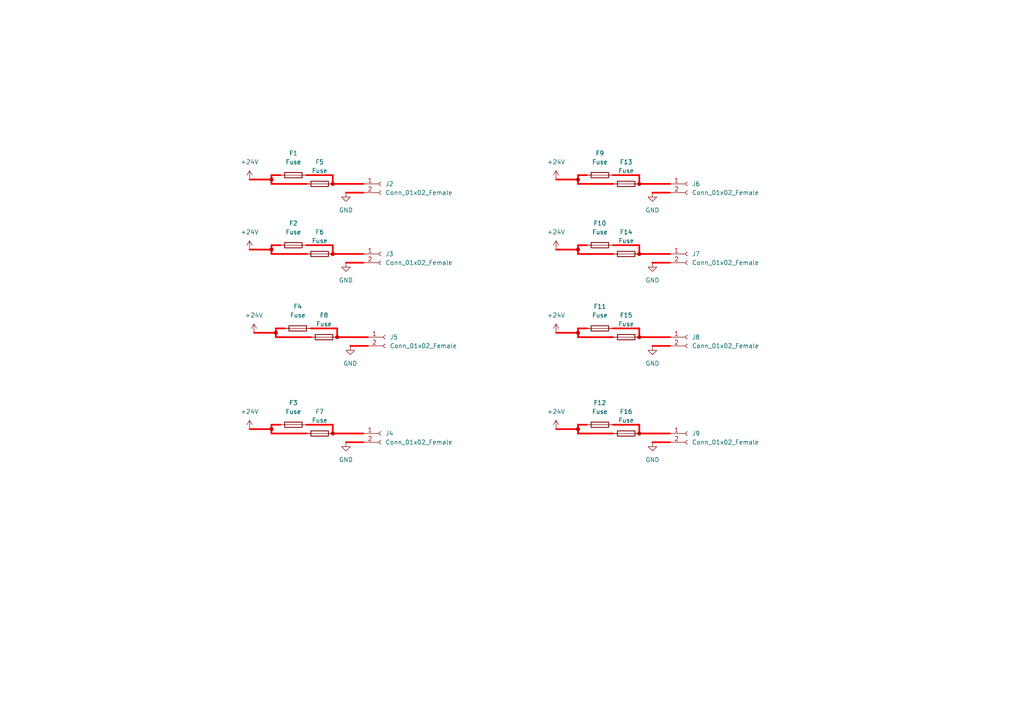
<source format=kicad_sch>
(kicad_sch (version 20211123) (generator eeschema)
  (paper "A4")
  (lib_symbols
    (symbol "Connector:Conn_01x02_Female" (pin_names (offset 1.016) hide)
      (property "Reference" "J" (at 0 2.54 0))
      (property "Value" "Conn_01x02_Female" (at 0 -5.08 0))
      (symbol "Conn_01x02_Female_1_1"
        (arc (start 0 -2.032) (mid -0.508 -2.54) (end 0 -3.048) (stroke (width 0.1524)))
        (polyline (pts (xy -1.27 -2.54) (xy -0.508 -2.54)) (stroke (width 0.1524)))
        (polyline (pts (xy -1.27 0) (xy -0.508 0)) (stroke (width 0.1524)))
        (arc (start 0 0.508) (mid -0.508 0) (end 0 -0.508) (stroke (width 0.1524)))
        (pin passive line (at -5.08 0 0) (length 3.81) (name "Pin_1") (number "1"))
        (pin passive line (at -5.08 -2.54 0) (length 3.81) (name "Pin_2") (number "2"))
      )
    )
    (symbol "Device:Fuse" (pin_numbers hide) (pin_names (offset 0))
      (property "Reference" "F" (at 2.032 0 90))
      (property "Value" "Fuse" (at -1.905 0 90))
      (symbol "Fuse_0_1"
        (rectangle (start -0.762 -2.54) (end 0.762 2.54) (stroke (width 0.254)))
        (polyline (pts (xy 0 2.54) (xy 0 -2.54)))
      )
      (symbol "Fuse_1_1"
        (pin passive line (at 0 3.81 270) (length 1.27) (name "~") (number "1"))
        (pin passive line (at 0 -3.81 90) (length 1.27) (name "~") (number "2"))
      )
    )
    (symbol "power:+24V" (power) (pin_names (offset 0))
      (property "Value" "+24V" (at 0 3.556 0))
      (symbol "+24V_0_1"
        (polyline (pts (xy -0.762 1.27) (xy 0 2.54)))
        (polyline (pts (xy 0 0) (xy 0 2.54)))
        (polyline (pts (xy 0 2.54) (xy 0.762 1.27)))
      )
      (symbol "+24V_1_1"
        (pin power_in line (at 0 0 90) (length 0) hide (name "+24V") (number "1"))
      )
    )
    (symbol "power:GND" (power) (pin_names (offset 0))
      (property "Value" "GND" (at 0 -3.81 0))
      (symbol "GND_0_1"
        (polyline (pts (xy 0 0) (xy 0 -1.27) (xy 1.27 -1.27) (xy 0 -2.54) (xy -1.27 -1.27) (xy 0 -1.27)))
      )
      (symbol "GND_1_1"
        (pin power_in line (at 0 0 270) (length 0) hide (name "GND") (number "1"))
      )
    )
  )
  (junction (at 96.52 125.73) (diameter 1) (color 194 0 0 1))
  (junction (at 185.42 53.34) (diameter 1) (color 194 0 0 1))
  (junction (at 96.52 73.66) (diameter 1) (color 194 0 0 1))
  (junction (at 78.74 124.46) (diameter 1) (color 194 0 0 1))
  (junction (at 185.42 125.73) (diameter 1) (color 194 0 0 1))
  (junction (at 80.01 96.52) (diameter 1) (color 194 0 0 1))
  (junction (at 167.64 124.46) (diameter 1) (color 194 0 0 1))
  (junction (at 97.79 97.79) (diameter 1) (color 194 0 0 1))
  (junction (at 78.74 72.39) (diameter 1) (color 194 0 0 1))
  (junction (at 167.64 72.39) (diameter 1) (color 194 0 0 1))
  (junction (at 167.64 52.07) (diameter 1) (color 194 0 0 1))
  (junction (at 167.64 96.52) (diameter 1) (color 194 0 0 1))
  (junction (at 78.74 52.07) (diameter 1) (color 194 0 0 1))
  (junction (at 185.42 97.79) (diameter 1) (color 194 0 0 1))
  (junction (at 185.42 73.66) (diameter 1) (color 194 0 0 1))
  (junction (at 96.52 53.34) (diameter 1) (color 194 0 0 1))
  (wire (pts (xy 185.42 97.79) (xy 194.31 97.79)) (stroke (width 0.5) (color 255 0 0 1)))
  (wire (pts (xy 88.9 50.8) (xy 96.52 50.8)) (stroke (width 0.5) (color 255 0 0 1)))
  (wire (pts (xy 97.79 97.79) (xy 106.68 97.79)) (stroke (width 0.5) (color 255 0 0 1)))
  (wire (pts (xy 100.33 76.2) (xy 105.41 76.2)) (stroke (width 0.5) (color 255 0 0 1)))
  (wire (pts (xy 167.64 125.73) (xy 167.64 124.46)) (stroke (width 0.5) (color 255 0 0 1)))
  (wire (pts (xy 177.8 125.73) (xy 167.64 125.73)) (stroke (width 0.5) (color 255 0 0 1)))
  (wire (pts (xy 96.52 123.19) (xy 96.52 125.73)) (stroke (width 0.5) (color 255 0 0 1)))
  (wire (pts (xy 88.9 125.73) (xy 78.74 125.73)) (stroke (width 0.5) (color 255 0 0 1)))
  (wire (pts (xy 96.52 53.34) (xy 105.41 53.34)) (stroke (width 0.5) (color 255 0 0 1)))
  (wire (pts (xy 185.42 53.34) (xy 194.31 53.34)) (stroke (width 0.5) (color 255 0 0 1)))
  (wire (pts (xy 185.42 73.66) (xy 194.31 73.66)) (stroke (width 0.5) (color 255 0 0 1)))
  (wire (pts (xy 167.64 72.39) (xy 167.64 71.12)) (stroke (width 0.5) (color 255 0 0 1)))
  (wire (pts (xy 78.74 71.12) (xy 81.28 71.12)) (stroke (width 0.5) (color 255 0 0 1)))
  (wire (pts (xy 96.52 71.12) (xy 96.52 73.66)) (stroke (width 0.5) (color 255 0 0 1)))
  (wire (pts (xy 167.64 123.19) (xy 170.18 123.19)) (stroke (width 0.5) (color 255 0 0 1)))
  (wire (pts (xy 177.8 50.8) (xy 185.42 50.8)) (stroke (width 0.5) (color 255 0 0 1)))
  (wire (pts (xy 88.9 71.12) (xy 96.52 71.12)) (stroke (width 0.5) (color 255 0 0 1)))
  (wire (pts (xy 167.64 71.12) (xy 170.18 71.12)) (stroke (width 0.5) (color 255 0 0 1)))
  (wire (pts (xy 88.9 123.19) (xy 96.52 123.19)) (stroke (width 0.5) (color 255 0 0 1)))
  (wire (pts (xy 185.42 125.73) (xy 194.31 125.73)) (stroke (width 0.5) (color 255 0 0 1)))
  (wire (pts (xy 177.8 53.34) (xy 167.64 53.34)) (stroke (width 0.5) (color 255 0 0 1)))
  (wire (pts (xy 167.64 97.79) (xy 167.64 96.52)) (stroke (width 0.5) (color 255 0 0 1)))
  (wire (pts (xy 185.42 123.19) (xy 185.42 125.73)) (stroke (width 0.5) (color 255 0 0 1)))
  (wire (pts (xy 78.74 53.34) (xy 78.74 52.07)) (stroke (width 0.5) (color 255 0 0 1)))
  (wire (pts (xy 90.17 95.25) (xy 97.79 95.25)) (stroke (width 0.5) (color 255 0 0 1)))
  (wire (pts (xy 97.79 95.25) (xy 97.79 97.79)) (stroke (width 0.5) (color 255 0 0 1)))
  (wire (pts (xy 100.33 128.27) (xy 105.41 128.27)) (stroke (width 0.5) (color 255 0 0 1)))
  (wire (pts (xy 72.39 72.39) (xy 78.74 72.39)) (stroke (width 0.5) (color 255 0 0 1)))
  (wire (pts (xy 185.42 50.8) (xy 185.42 53.34)) (stroke (width 0.5) (color 255 0 0 1)))
  (wire (pts (xy 88.9 73.66) (xy 78.74 73.66)) (stroke (width 0.5) (color 255 0 0 1)))
  (wire (pts (xy 90.17 97.79) (xy 80.01 97.79)) (stroke (width 0.5) (color 255 0 0 1)))
  (wire (pts (xy 78.74 125.73) (xy 78.74 124.46)) (stroke (width 0.5) (color 255 0 0 1)))
  (wire (pts (xy 167.64 96.52) (xy 167.64 95.25)) (stroke (width 0.5) (color 255 0 0 1)))
  (wire (pts (xy 177.8 71.12) (xy 185.42 71.12)) (stroke (width 0.5) (color 255 0 0 1)))
  (wire (pts (xy 161.29 52.07) (xy 167.64 52.07)) (stroke (width 0.5) (color 255 0 0 1)))
  (wire (pts (xy 161.29 72.39) (xy 167.64 72.39)) (stroke (width 0.5) (color 255 0 0 1)))
  (wire (pts (xy 96.52 125.73) (xy 105.41 125.73)) (stroke (width 0.5) (color 255 0 0 1)))
  (wire (pts (xy 78.74 124.46) (xy 78.74 123.19)) (stroke (width 0.5) (color 255 0 0 1)))
  (wire (pts (xy 80.01 96.52) (xy 80.01 95.25)) (stroke (width 0.5) (color 255 0 0 1)))
  (wire (pts (xy 73.66 96.52) (xy 80.01 96.52)) (stroke (width 0.5) (color 255 0 0 1)))
  (wire (pts (xy 189.23 128.27) (xy 194.31 128.27)) (stroke (width 0.5) (color 255 0 0 1)))
  (wire (pts (xy 88.9 53.34) (xy 78.74 53.34)) (stroke (width 0.5) (color 255 0 0 1)))
  (wire (pts (xy 78.74 72.39) (xy 78.74 71.12)) (stroke (width 0.5) (color 255 0 0 1)))
  (wire (pts (xy 167.64 124.46) (xy 167.64 123.19)) (stroke (width 0.5) (color 255 0 0 1)))
  (wire (pts (xy 167.64 73.66) (xy 167.64 72.39)) (stroke (width 0.5) (color 255 0 0 1)))
  (wire (pts (xy 161.29 96.52) (xy 167.64 96.52)) (stroke (width 0.5) (color 255 0 0 1)))
  (wire (pts (xy 96.52 73.66) (xy 105.41 73.66)) (stroke (width 0.5) (color 255 0 0 1)))
  (wire (pts (xy 177.8 95.25) (xy 185.42 95.25)) (stroke (width 0.5) (color 255 0 0 1)))
  (wire (pts (xy 101.6 100.33) (xy 106.68 100.33)) (stroke (width 0.5) (color 255 0 0 1)))
  (wire (pts (xy 100.33 55.88) (xy 105.41 55.88)) (stroke (width 0.5) (color 255 0 0 1)))
  (wire (pts (xy 167.64 50.8) (xy 170.18 50.8)) (stroke (width 0.5) (color 255 0 0 1)))
  (wire (pts (xy 177.8 97.79) (xy 167.64 97.79)) (stroke (width 0.5) (color 255 0 0 1)))
  (wire (pts (xy 78.74 50.8) (xy 81.28 50.8)) (stroke (width 0.5) (color 255 0 0 1)))
  (wire (pts (xy 167.64 52.07) (xy 167.64 50.8)) (stroke (width 0.5) (color 255 0 0 1)))
  (wire (pts (xy 80.01 97.79) (xy 80.01 96.52)) (stroke (width 0.5) (color 255 0 0 1)))
  (wire (pts (xy 78.74 73.66) (xy 78.74 72.39)) (stroke (width 0.5) (color 255 0 0 1)))
  (wire (pts (xy 78.74 123.19) (xy 81.28 123.19)) (stroke (width 0.5) (color 255 0 0 1)))
  (wire (pts (xy 185.42 95.25) (xy 185.42 97.79)) (stroke (width 0.5) (color 255 0 0 1)))
  (wire (pts (xy 161.29 124.46) (xy 167.64 124.46)) (stroke (width 0.5) (color 255 0 0 1)))
  (wire (pts (xy 189.23 100.33) (xy 194.31 100.33)) (stroke (width 0.5) (color 255 0 0 1)))
  (wire (pts (xy 80.01 95.25) (xy 82.55 95.25)) (stroke (width 0.5) (color 255 0 0 1)))
  (wire (pts (xy 177.8 73.66) (xy 167.64 73.66)) (stroke (width 0.5) (color 255 0 0 1)))
  (wire (pts (xy 185.42 71.12) (xy 185.42 73.66)) (stroke (width 0.5) (color 255 0 0 1)))
  (wire (pts (xy 96.52 50.8) (xy 96.52 53.34)) (stroke (width 0.5) (color 255 0 0 1)))
  (wire (pts (xy 72.39 52.07) (xy 78.74 52.07)) (stroke (width 0.5) (color 255 0 0 1)))
  (wire (pts (xy 167.64 95.25) (xy 170.18 95.25)) (stroke (width 0.5) (color 255 0 0 1)))
  (wire (pts (xy 177.8 123.19) (xy 185.42 123.19)) (stroke (width 0.5) (color 255 0 0 1)))
  (wire (pts (xy 189.23 55.88) (xy 194.31 55.88)) (stroke (width 0.5) (color 255 0 0 1)))
  (wire (pts (xy 167.64 53.34) (xy 167.64 52.07)) (stroke (width 0.5) (color 255 0 0 1)))
  (wire (pts (xy 78.74 52.07) (xy 78.74 50.8)) (stroke (width 0.5) (color 255 0 0 1)))
  (wire (pts (xy 189.23 76.2) (xy 194.31 76.2)) (stroke (width 0.5) (color 255 0 0 1)))
  (wire (pts (xy 72.39 124.46) (xy 78.74 124.46)) (stroke (width 0.5) (color 255 0 0 1)))
  (symbol (lib_id "power:GND") (at 189.23 128.27 0) (unit 1)
    (property "Reference" "#PWR0105" (effects hide))
    (property "Value" "GND" (at 189.23 133.35 0))
  )
  (symbol (lib_id "power:+24V") (at 161.29 52.07 0) (unit 1)
    (property "Reference" "#PWR0108" (effects hide))
    (property "Value" "+24V" (at 161.29 46.99 0))
  )
  (symbol (lib_id "Device:Fuse") (at 92.71 53.34 90) (unit 1)
    (property "Reference" "F5" (at 92.71 46.99 90))
    (property "Value" "Fuse" (at 92.71 49.53 90))
    (property "Footprint" "Fuse:Fuse_Blade_Mini_directSolder" (effects hide))
  )
  (symbol (lib_id "Device:Fuse") (at 173.99 123.19 90) (unit 1)
    (property "Reference" "F12" (at 173.99 116.84 90))
    (property "Value" "Fuse" (at 173.99 119.38 90))
    (property "Footprint" "Fuse:Fuse_Blade_Mini_directSolder" (effects hide))
  )
  (symbol (lib_id "Device:Fuse") (at 173.99 95.25 90) (unit 1)
    (property "Reference" "F11" (at 173.99 88.9 90))
    (property "Value" "Fuse" (at 173.99 91.44 90))
    (property "Footprint" "Fuse:Fuse_Blade_Mini_directSolder" (effects hide))
  )
  (symbol (lib_id "Connector:Conn_01x02_Female") (at 199.39 73.66 0) (unit 1)
    (property "Reference" "J7" (at 200.66 73.6599 0) (effects (justify left)))
    (property "Value" "Conn_01x02_Female" (at 200.66 76.1999 0) (effects (justify left)))
    (property "Footprint" "Connector_JST:JST_XH_B2B-XH-A_1x02_P2.50mm_Vertical" (effects hide))
  )
  (symbol (lib_id "power:GND") (at 189.23 55.88 0) (unit 1)
    (property "Reference" "#PWR0106" (effects hide))
    (property "Value" "GND" (at 189.23 60.96 0))
  )
  (symbol (lib_id "power:+24V") (at 72.39 52.07 0) (unit 1)
    (property "Reference" "#PWR0115" (effects hide))
    (property "Value" "+24V" (at 72.39 46.99 0))
  )
  (symbol (lib_id "power:GND") (at 100.33 76.2 0) (unit 1)
    (property "Reference" "#PWR0113" (effects hide))
    (property "Value" "GND" (at 100.33 81.28 0))
  )
  (symbol (lib_id "power:GND") (at 189.23 76.2 0) (unit 1)
    (property "Reference" "#PWR0102" (effects hide))
    (property "Value" "GND" (at 189.23 81.28 0))
  )
  (symbol (lib_id "Device:Fuse") (at 92.71 125.73 90) (unit 1)
    (property "Reference" "F7" (at 92.71 119.38 90))
    (property "Value" "Fuse" (at 92.71 121.92 90))
    (property "Footprint" "Fuse:Fuse_Blade_Mini_directSolder" (effects hide))
  )
  (symbol (lib_id "Device:Fuse") (at 92.71 73.66 90) (unit 1)
    (property "Reference" "F6" (at 92.71 67.31 90))
    (property "Value" "Fuse" (at 92.71 69.85 90))
    (property "Footprint" "Fuse:Fuse_Blade_Mini_directSolder" (effects hide))
  )
  (symbol (lib_id "power:+24V") (at 72.39 124.46 0) (unit 1)
    (property "Reference" "#PWR0111" (effects hide))
    (property "Value" "+24V" (at 72.39 119.38 0))
  )
  (symbol (lib_id "Device:Fuse") (at 85.09 50.8 90) (unit 1)
    (property "Reference" "F1" (at 85.09 44.45 90))
    (property "Value" "Fuse" (at 85.09 46.99 90))
    (property "Footprint" "Fuse:Fuse_Blade_Mini_directSolder" (effects hide))
  )
  (symbol (lib_id "Device:Fuse") (at 173.99 50.8 90) (unit 1)
    (property "Reference" "F9" (at 173.99 44.45 90))
    (property "Value" "Fuse" (at 173.99 46.99 90))
    (property "Footprint" "Fuse:Fuse_Blade_Mini_directSolder" (effects hide))
  )
  (symbol (lib_id "power:GND") (at 100.33 128.27 0) (unit 1)
    (property "Reference" "#PWR0110" (effects hide))
    (property "Value" "GND" (at 100.33 133.35 0))
  )
  (symbol (lib_id "power:GND") (at 100.33 55.88 0) (unit 1)
    (property "Reference" "#PWR0116" (effects hide))
    (property "Value" "GND" (at 100.33 60.96 0))
  )
  (symbol (lib_id "Device:Fuse") (at 85.09 71.12 90) (unit 1)
    (property "Reference" "F2" (at 85.09 64.77 90))
    (property "Value" "Fuse" (at 85.09 67.31 90))
    (property "Footprint" "Fuse:Fuse_Blade_Mini_directSolder" (effects hide))
  )
  (symbol (lib_id "Connector:Conn_01x02_Female") (at 199.39 97.79 0) (unit 1)
    (property "Reference" "J8" (at 200.66 97.7899 0) (effects (justify left)))
    (property "Value" "Conn_01x02_Female" (at 200.66 100.3299 0) (effects (justify left)))
    (property "Footprint" "Connector_JST:JST_XH_B2B-XH-A_1x02_P2.50mm_Vertical" (effects hide))
  )
  (symbol (lib_id "Device:Fuse") (at 181.61 53.34 90) (unit 1)
    (property "Reference" "F13" (at 181.61 46.99 90))
    (property "Value" "Fuse" (at 181.61 49.53 90))
    (property "Footprint" "Fuse:Fuse_Blade_Mini_directSolder" (effects hide))
  )
  (symbol (lib_id "Connector:Conn_01x02_Female") (at 110.49 125.73 0) (unit 1)
    (property "Reference" "J4" (at 111.76 125.7299 0) (effects (justify left)))
    (property "Value" "Conn_01x02_Female" (at 111.76 128.2699 0) (effects (justify left)))
    (property "Footprint" "Connector_JST:JST_XH_B2B-XH-A_1x02_P2.50mm_Vertical" (effects hide))
  )
  (symbol (lib_id "power:GND") (at 101.6 100.33 0) (unit 1)
    (property "Reference" "#PWR0109" (effects hide))
    (property "Value" "GND" (at 101.6 105.41 0))
  )
  (symbol (lib_id "Connector:Conn_01x02_Female") (at 110.49 53.34 0) (unit 1)
    (property "Reference" "J2" (at 111.76 53.3399 0) (effects (justify left)))
    (property "Value" "Conn_01x02_Female" (at 111.76 55.8799 0) (effects (justify left)))
    (property "Footprint" "Connector_JST:JST_XH_B2B-XH-A_1x02_P2.50mm_Vertical" (effects hide))
  )
  (symbol (lib_id "Device:Fuse") (at 181.61 125.73 90) (unit 1)
    (property "Reference" "F16" (at 181.61 119.38 90))
    (property "Value" "Fuse" (at 181.61 121.92 90))
    (property "Footprint" "Fuse:Fuse_Blade_Mini_directSolder" (effects hide))
  )
  (symbol (lib_id "power:+24V") (at 161.29 124.46 0) (unit 1)
    (property "Reference" "#PWR0101" (effects hide))
    (property "Value" "+24V" (at 161.29 119.38 0))
  )
  (symbol (lib_id "Device:Fuse") (at 86.36 95.25 90) (unit 1)
    (property "Reference" "F4" (at 86.36 88.9 90))
    (property "Value" "Fuse" (at 86.36 91.44 90))
    (property "Footprint" "Fuse:Fuse_Blade_Mini_directSolder" (effects hide))
  )
  (symbol (lib_id "Device:Fuse") (at 181.61 73.66 90) (unit 1)
    (property "Reference" "F14" (at 181.61 67.31 90))
    (property "Value" "Fuse" (at 181.61 69.85 90))
    (property "Footprint" "Fuse:Fuse_Blade_Mini_directSolder" (effects hide))
  )
  (symbol (lib_id "Device:Fuse") (at 173.99 71.12 90) (unit 1)
    (property "Reference" "F10" (at 173.99 64.77 90))
    (property "Value" "Fuse" (at 173.99 67.31 90))
    (property "Footprint" "Fuse:Fuse_Blade_Mini_directSolder" (effects hide))
  )
  (symbol (lib_id "Device:Fuse") (at 93.98 97.79 90) (unit 1)
    (property "Reference" "F8" (at 93.98 91.44 90))
    (property "Value" "Fuse" (at 93.98 93.98 90))
    (property "Footprint" "Fuse:Fuse_Blade_Mini_directSolder" (effects hide))
  )
  (symbol (lib_id "Device:Fuse") (at 85.09 123.19 90) (unit 1)
    (property "Reference" "F3" (at 85.09 116.84 90))
    (property "Value" "Fuse" (at 85.09 119.38 90))
    (property "Footprint" "Fuse:Fuse_Blade_Mini_directSolder" (effects hide))
  )
  (symbol (lib_id "Connector:Conn_01x02_Female") (at 111.76 97.79 0) (unit 1)
    (property "Reference" "J5" (at 113.03 97.7899 0) (effects (justify left)))
    (property "Value" "Conn_01x02_Female" (at 113.03 100.3299 0) (effects (justify left)))
    (property "Footprint" "Connector_JST:JST_XH_B2B-XH-A_1x02_P2.50mm_Vertical" (effects hide))
  )
  (symbol (lib_id "Connector:Conn_01x02_Female") (at 199.39 125.73 0) (unit 1)
    (property "Reference" "J9" (at 200.66 125.7299 0) (effects (justify left)))
    (property "Value" "Conn_01x02_Female" (at 200.66 128.2699 0) (effects (justify left)))
    (property "Footprint" "Connector_JST:JST_XH_B2B-XH-A_1x02_P2.50mm_Vertical" (effects hide))
  )
  (symbol (lib_id "Connector:Conn_01x02_Female") (at 199.39 53.34 0) (unit 1)
    (property "Reference" "J6" (at 200.66 53.3399 0) (effects (justify left)))
    (property "Value" "Conn_01x02_Female" (at 200.66 55.8799 0) (effects (justify left)))
    (property "Footprint" "Connector_JST:JST_XH_B2B-XH-A_1x02_P2.50mm_Vertical" (effects hide))
  )
  (symbol (lib_id "Connector:Conn_01x02_Female") (at 110.49 73.66 0) (unit 1)
    (property "Reference" "J3" (at 111.76 73.6599 0) (effects (justify left)))
    (property "Value" "Conn_01x02_Female" (at 111.76 76.1999 0) (effects (justify left)))
    (property "Footprint" "Connector_JST:JST_XH_B2B-XH-A_1x02_P2.50mm_Vertical" (effects hide))
  )
  (symbol (lib_id "power:+24V") (at 161.29 72.39 0) (unit 1)
    (property "Reference" "#PWR0107" (effects hide))
    (property "Value" "+24V" (at 161.29 67.31 0))
  )
  (symbol (lib_id "power:+24V") (at 73.66 96.52 0) (unit 1)
    (property "Reference" "#PWR0112" (effects hide))
    (property "Value" "+24V" (at 73.66 91.44 0))
  )
  (symbol (lib_id "power:+24V") (at 72.39 72.39 0) (unit 1)
    (property "Reference" "#PWR0114" (effects hide))
    (property "Value" "+24V" (at 72.39 67.31 0))
  )
  (symbol (lib_id "power:+24V") (at 161.29 96.52 0) (unit 1)
    (property "Reference" "#PWR0103" (effects hide))
    (property "Value" "+24V" (at 161.29 91.44 0))
  )
  (symbol (lib_id "power:GND") (at 189.23 100.33 0) (unit 1)
    (property "Reference" "#PWR0104" (effects hide))
    (property "Value" "GND" (at 189.23 105.41 0))
  )
  (symbol (lib_id "Device:Fuse") (at 181.61 97.79 90) (unit 1)
    (property "Reference" "F15" (at 181.61 91.44 90))
    (property "Value" "Fuse" (at 181.61 93.98 90))
    (property "Footprint" "Fuse:Fuse_Blade_Mini_directSolder" (effects hide))
  )
)
</source>
